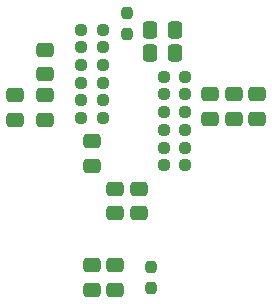
<source format=gbp>
%TF.GenerationSoftware,KiCad,Pcbnew,(6.0.0)*%
%TF.CreationDate,2023-03-26T17:46:31-04:00*%
%TF.ProjectId,daughterBoard,64617567-6874-4657-9242-6f6172642e6b,rev?*%
%TF.SameCoordinates,Original*%
%TF.FileFunction,Paste,Bot*%
%TF.FilePolarity,Positive*%
%FSLAX46Y46*%
G04 Gerber Fmt 4.6, Leading zero omitted, Abs format (unit mm)*
G04 Created by KiCad (PCBNEW (6.0.0)) date 2023-03-26 17:46:31*
%MOMM*%
%LPD*%
G01*
G04 APERTURE LIST*
G04 Aperture macros list*
%AMRoundRect*
0 Rectangle with rounded corners*
0 $1 Rounding radius*
0 $2 $3 $4 $5 $6 $7 $8 $9 X,Y pos of 4 corners*
0 Add a 4 corners polygon primitive as box body*
4,1,4,$2,$3,$4,$5,$6,$7,$8,$9,$2,$3,0*
0 Add four circle primitives for the rounded corners*
1,1,$1+$1,$2,$3*
1,1,$1+$1,$4,$5*
1,1,$1+$1,$6,$7*
1,1,$1+$1,$8,$9*
0 Add four rect primitives between the rounded corners*
20,1,$1+$1,$2,$3,$4,$5,0*
20,1,$1+$1,$4,$5,$6,$7,0*
20,1,$1+$1,$6,$7,$8,$9,0*
20,1,$1+$1,$8,$9,$2,$3,0*%
G04 Aperture macros list end*
%ADD10RoundRect,0.250000X0.475000X-0.337500X0.475000X0.337500X-0.475000X0.337500X-0.475000X-0.337500X0*%
%ADD11RoundRect,0.250000X-0.475000X0.337500X-0.475000X-0.337500X0.475000X-0.337500X0.475000X0.337500X0*%
%ADD12RoundRect,0.250000X0.337500X0.475000X-0.337500X0.475000X-0.337500X-0.475000X0.337500X-0.475000X0*%
%ADD13RoundRect,0.237500X-0.237500X0.250000X-0.237500X-0.250000X0.237500X-0.250000X0.237500X0.250000X0*%
%ADD14RoundRect,0.237500X-0.250000X-0.237500X0.250000X-0.237500X0.250000X0.237500X-0.250000X0.237500X0*%
%ADD15RoundRect,0.237500X0.250000X0.237500X-0.250000X0.237500X-0.250000X-0.237500X0.250000X-0.237500X0*%
G04 APERTURE END LIST*
D10*
%TO.C,C10*%
X110500000Y-78537500D03*
X110500000Y-76462500D03*
%TD*%
D11*
%TO.C,C8*%
X108500000Y-82962500D03*
X108500000Y-85037500D03*
%TD*%
%TO.C,C5*%
X104500000Y-68558500D03*
X104500000Y-70633500D03*
%TD*%
D10*
%TO.C,C11*%
X112500000Y-78537500D03*
X112500000Y-76462500D03*
%TD*%
D12*
%TO.C,C13*%
X115537500Y-65000000D03*
X113462500Y-65000000D03*
%TD*%
D13*
%TO.C,R1*%
X113500000Y-83087500D03*
X113500000Y-84912500D03*
%TD*%
D11*
%TO.C,C1*%
X122500000Y-68462500D03*
X122500000Y-70537500D03*
%TD*%
D13*
%TO.C,R4*%
X111500000Y-61587500D03*
X111500000Y-63412500D03*
%TD*%
D14*
%TO.C,R7*%
X114587500Y-71500000D03*
X116412500Y-71500000D03*
%TD*%
D15*
%TO.C,R14*%
X116412500Y-70000000D03*
X114587500Y-70000000D03*
%TD*%
D11*
%TO.C,C3*%
X118500000Y-68462500D03*
X118500000Y-70537500D03*
%TD*%
D10*
%TO.C,C6*%
X104521000Y-66802000D03*
X104521000Y-64727000D03*
%TD*%
D11*
%TO.C,C9*%
X110500000Y-82962500D03*
X110500000Y-85037500D03*
%TD*%
D14*
%TO.C,R5*%
X114587500Y-67000000D03*
X116412500Y-67000000D03*
%TD*%
%TO.C,R8*%
X114587500Y-73000000D03*
X116412500Y-73000000D03*
%TD*%
D15*
%TO.C,R12*%
X109412500Y-64500000D03*
X107587500Y-64500000D03*
%TD*%
D12*
%TO.C,C12*%
X115537500Y-63000000D03*
X113462500Y-63000000D03*
%TD*%
D15*
%TO.C,R11*%
X109412500Y-66000000D03*
X107587500Y-66000000D03*
%TD*%
%TO.C,R10*%
X109412500Y-69000000D03*
X107587500Y-69000000D03*
%TD*%
D14*
%TO.C,R6*%
X114587500Y-68500000D03*
X116412500Y-68500000D03*
%TD*%
D15*
%TO.C,R13*%
X116412500Y-74500000D03*
X114587500Y-74500000D03*
%TD*%
D11*
%TO.C,C2*%
X120500000Y-68462500D03*
X120500000Y-70537500D03*
%TD*%
%TO.C,C4*%
X102000000Y-68558500D03*
X102000000Y-70633500D03*
%TD*%
D10*
%TO.C,C7*%
X108500000Y-74537500D03*
X108500000Y-72462500D03*
%TD*%
D14*
%TO.C,R3*%
X107587500Y-67500000D03*
X109412500Y-67500000D03*
%TD*%
D15*
%TO.C,R9*%
X109412500Y-70500000D03*
X107587500Y-70500000D03*
%TD*%
D14*
%TO.C,R2*%
X107587500Y-63000000D03*
X109412500Y-63000000D03*
%TD*%
M02*

</source>
